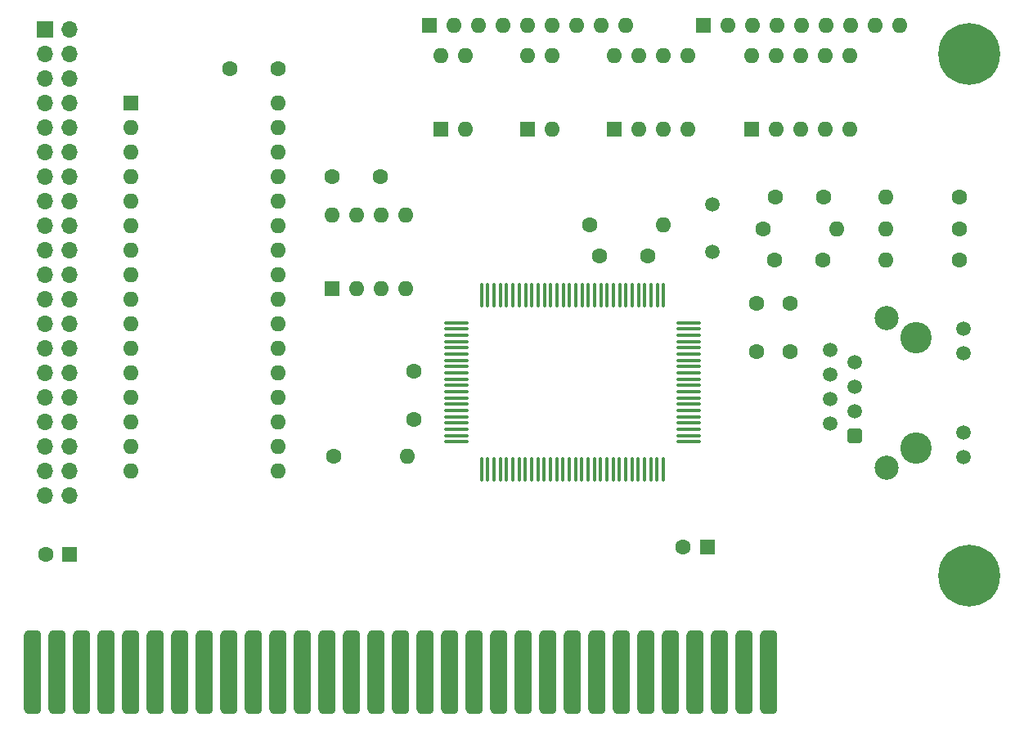
<source format=gts>
G04 #@! TF.GenerationSoftware,KiCad,Pcbnew,(7.0.0)*
G04 #@! TF.CreationDate,2023-05-28T23:37:13+08:00*
G04 #@! TF.ProjectId,ISA8_Ethernet,49534138-5f45-4746-9865-726e65742e6b,1.1*
G04 #@! TF.SameCoordinates,Original*
G04 #@! TF.FileFunction,Soldermask,Top*
G04 #@! TF.FilePolarity,Negative*
%FSLAX46Y46*%
G04 Gerber Fmt 4.6, Leading zero omitted, Abs format (unit mm)*
G04 Created by KiCad (PCBNEW (7.0.0)) date 2023-05-28 23:37:13*
%MOMM*%
%LPD*%
G01*
G04 APERTURE LIST*
G04 Aperture macros list*
%AMRoundRect*
0 Rectangle with rounded corners*
0 $1 Rounding radius*
0 $2 $3 $4 $5 $6 $7 $8 $9 X,Y pos of 4 corners*
0 Add a 4 corners polygon primitive as box body*
4,1,4,$2,$3,$4,$5,$6,$7,$8,$9,$2,$3,0*
0 Add four circle primitives for the rounded corners*
1,1,$1+$1,$2,$3*
1,1,$1+$1,$4,$5*
1,1,$1+$1,$6,$7*
1,1,$1+$1,$8,$9*
0 Add four rect primitives between the rounded corners*
20,1,$1+$1,$2,$3,$4,$5,0*
20,1,$1+$1,$4,$5,$6,$7,0*
20,1,$1+$1,$6,$7,$8,$9,0*
20,1,$1+$1,$8,$9,$2,$3,0*%
G04 Aperture macros list end*
%ADD10C,0.800000*%
%ADD11C,6.400000*%
%ADD12R,1.700000X1.700000*%
%ADD13O,1.700000X1.700000*%
%ADD14C,1.500000*%
%ADD15R,1.600000X1.600000*%
%ADD16O,1.600000X1.600000*%
%ADD17C,1.600000*%
%ADD18RoundRect,0.100000X0.100000X-1.150000X0.100000X1.150000X-0.100000X1.150000X-0.100000X-1.150000X0*%
%ADD19RoundRect,0.100000X1.150000X0.100000X-1.150000X0.100000X-1.150000X-0.100000X1.150000X-0.100000X0*%
%ADD20RoundRect,0.444500X-0.444500X-3.873500X0.444500X-3.873500X0.444500X3.873500X-0.444500X3.873500X0*%
%ADD21C,3.250000*%
%ADD22RoundRect,0.250500X0.499500X-0.499500X0.499500X0.499500X-0.499500X0.499500X-0.499500X-0.499500X0*%
%ADD23C,2.500000*%
G04 APERTURE END LIST*
D10*
X198641000Y-66040000D03*
X199343944Y-64342944D03*
X199343944Y-67737056D03*
X201041000Y-63640000D03*
D11*
X201041000Y-66040000D03*
D10*
X201041000Y-68440000D03*
X202738056Y-64342944D03*
X202738056Y-67737056D03*
X203441000Y-66040000D03*
X198641000Y-120015000D03*
X199343944Y-118317944D03*
X199343944Y-121712056D03*
X201041000Y-117615000D03*
D11*
X201041000Y-120015000D03*
D10*
X201041000Y-122415000D03*
X202738056Y-118317944D03*
X202738056Y-121712056D03*
X203441000Y-120015000D03*
D12*
X105409999Y-63499999D03*
D13*
X107949999Y-63499999D03*
X105409999Y-66039999D03*
X107949999Y-66039999D03*
X105409999Y-68579999D03*
X107949999Y-68579999D03*
X105409999Y-71119999D03*
X107949999Y-71119999D03*
X105409999Y-73659999D03*
X107949999Y-73659999D03*
X105409999Y-76199999D03*
X107949999Y-76199999D03*
X105409999Y-78739999D03*
X107949999Y-78739999D03*
X105409999Y-81279999D03*
X107949999Y-81279999D03*
X105409999Y-83819999D03*
X107949999Y-83819999D03*
X105409999Y-86359999D03*
X107949999Y-86359999D03*
X105409999Y-88899999D03*
X107949999Y-88899999D03*
X105409999Y-91439999D03*
X107949999Y-91439999D03*
X105409999Y-93979999D03*
X107949999Y-93979999D03*
X105409999Y-96519999D03*
X107949999Y-96519999D03*
X105409999Y-99059999D03*
X107949999Y-99059999D03*
X105409999Y-101599999D03*
X107949999Y-101599999D03*
X105409999Y-104139999D03*
X107949999Y-104139999D03*
X105409999Y-106679999D03*
X107949999Y-106679999D03*
X105409999Y-109219999D03*
X107949999Y-109219999D03*
X105409999Y-111759999D03*
X107949999Y-111759999D03*
D14*
X174500000Y-86475000D03*
X174500000Y-81595000D03*
D15*
X114299999Y-71119999D03*
D16*
X114299999Y-73659999D03*
X114299999Y-76199999D03*
X114299999Y-78739999D03*
X114299999Y-81279999D03*
X114299999Y-83819999D03*
X114299999Y-86359999D03*
X114299999Y-88899999D03*
X114299999Y-91439999D03*
X114299999Y-93979999D03*
X114299999Y-96519999D03*
X114299999Y-99059999D03*
X114299999Y-101599999D03*
X114299999Y-104139999D03*
X114299999Y-106679999D03*
X114299999Y-109219999D03*
X129539999Y-109219999D03*
X129539999Y-106679999D03*
X129539999Y-104139999D03*
X129539999Y-101599999D03*
X129539999Y-99059999D03*
X129539999Y-96519999D03*
X129539999Y-93979999D03*
X129539999Y-91439999D03*
X129539999Y-88899999D03*
X129539999Y-86359999D03*
X129539999Y-83819999D03*
X129539999Y-81279999D03*
X129539999Y-78739999D03*
X129539999Y-76199999D03*
X129539999Y-73659999D03*
X129539999Y-71119999D03*
D15*
X135137999Y-90299999D03*
D16*
X137677999Y-90299999D03*
X140217999Y-90299999D03*
X142757999Y-90299999D03*
X142757999Y-82679999D03*
X140217999Y-82679999D03*
X137677999Y-82679999D03*
X135137999Y-82679999D03*
D17*
X162800000Y-86950000D03*
X167800000Y-86950000D03*
X135081000Y-78700000D03*
X140081000Y-78700000D03*
X135255000Y-107696000D03*
D16*
X142874999Y-107695999D03*
D17*
X179690000Y-84100000D03*
D16*
X187309999Y-84099999D03*
D17*
X129500000Y-67500000D03*
X124500000Y-67500000D03*
D15*
X173499999Y-62999999D03*
D16*
X176039999Y-62999999D03*
X178579999Y-62999999D03*
X181119999Y-62999999D03*
X183659999Y-62999999D03*
X186199999Y-62999999D03*
X188739999Y-62999999D03*
X191279999Y-62999999D03*
X193819999Y-62999999D03*
D15*
X155364999Y-73799999D03*
D16*
X157904999Y-73799999D03*
X157904999Y-66179999D03*
X155364999Y-66179999D03*
D15*
X164314999Y-73799999D03*
D16*
X166854999Y-73799999D03*
X169394999Y-73799999D03*
X171934999Y-73799999D03*
X171934999Y-66179999D03*
X169394999Y-66179999D03*
X166854999Y-66179999D03*
X164314999Y-66179999D03*
D15*
X178539999Y-73799999D03*
D16*
X181079999Y-73799999D03*
X183619999Y-73799999D03*
X186159999Y-73799999D03*
X188699999Y-73799999D03*
X188699999Y-66179999D03*
X186159999Y-66179999D03*
X183619999Y-66179999D03*
X181079999Y-66179999D03*
X178539999Y-66179999D03*
D15*
X146383999Y-73799999D03*
D16*
X148923999Y-73799999D03*
X148923999Y-66179999D03*
X146383999Y-66179999D03*
D18*
X150575000Y-109000000D03*
X151225000Y-109000000D03*
X151875000Y-109000000D03*
X152525000Y-109000000D03*
X153150000Y-109000000D03*
X153800000Y-109000000D03*
X154450000Y-109000000D03*
X155100000Y-109000000D03*
X155750000Y-109000000D03*
X156400000Y-109000000D03*
X157050000Y-109000000D03*
X157700000Y-109000000D03*
X158350000Y-109000000D03*
X159000000Y-109000000D03*
X159650000Y-109000000D03*
X160300000Y-109000000D03*
X160950000Y-109000000D03*
X161600000Y-109000000D03*
X162250000Y-109000000D03*
X162900000Y-109000000D03*
X163550000Y-109000000D03*
X164200000Y-109000000D03*
X164850000Y-109000000D03*
X165500000Y-109000000D03*
X166150000Y-109000000D03*
X166800000Y-109000000D03*
X167450000Y-109000000D03*
X168100000Y-109000000D03*
X168750000Y-109000000D03*
X169400000Y-109000000D03*
D19*
X172000000Y-106175000D03*
X172000000Y-105525000D03*
X172000000Y-104875000D03*
X172000000Y-104225000D03*
X172000000Y-103575000D03*
X172000000Y-102925000D03*
X172000000Y-102275000D03*
X172000000Y-101625000D03*
X172000000Y-100975000D03*
X172000000Y-100325000D03*
X172000000Y-99675000D03*
X172000000Y-99025000D03*
X172000000Y-98375000D03*
X172000000Y-97725000D03*
X172000000Y-97075000D03*
X172000000Y-96425000D03*
X172000000Y-95775000D03*
X172000000Y-95125000D03*
X172000000Y-94475000D03*
X172000000Y-93825000D03*
D18*
X169425000Y-91000000D03*
X168775000Y-91000000D03*
X168125000Y-91000000D03*
X167475000Y-91000000D03*
X166825000Y-91000000D03*
X166175000Y-91000000D03*
X165525000Y-91000000D03*
X164875000Y-91000000D03*
X164225000Y-91000000D03*
X163575000Y-91000000D03*
X162925000Y-91000000D03*
X162275000Y-91000000D03*
X161625000Y-91000000D03*
X160975000Y-91000000D03*
X160325000Y-91000000D03*
X159675000Y-91000000D03*
X159025000Y-91000000D03*
X158375000Y-91000000D03*
X157725000Y-91000000D03*
X157075000Y-91000000D03*
X156425000Y-91000000D03*
X155775000Y-91000000D03*
X155125000Y-91000000D03*
X154475000Y-91000000D03*
X153825000Y-91000000D03*
X153175000Y-91000000D03*
X152525000Y-91000000D03*
X151875000Y-91000000D03*
X151225000Y-91000000D03*
X150575000Y-91000000D03*
D19*
X148000000Y-93825000D03*
X148000000Y-94475000D03*
X148000000Y-95125000D03*
X148000000Y-95775000D03*
X148000000Y-96425000D03*
X148000000Y-97075000D03*
X148000000Y-97725000D03*
X148000000Y-98375000D03*
X148000000Y-99025000D03*
X148000000Y-99675000D03*
X148000000Y-100325000D03*
X148000000Y-100975000D03*
X148000000Y-101625000D03*
X148000000Y-102275000D03*
X148000000Y-102925000D03*
X148000000Y-103575000D03*
X148000000Y-104225000D03*
X148000000Y-104875000D03*
X148000000Y-105525000D03*
X148000000Y-106175000D03*
D17*
X200000000Y-87350000D03*
D16*
X192379999Y-87349999D03*
D17*
X179000000Y-96800000D03*
X179000000Y-91800000D03*
X200000000Y-80850000D03*
D16*
X192379999Y-80849999D03*
D17*
X185900000Y-87350000D03*
X180900000Y-87350000D03*
X185950000Y-80850000D03*
X180950000Y-80850000D03*
D20*
X180340000Y-129984500D03*
X177800000Y-129984500D03*
X175260000Y-129984500D03*
X172720000Y-129984500D03*
X170180000Y-129984500D03*
X167640000Y-129984500D03*
X165100000Y-129984500D03*
X162560000Y-129984500D03*
X160020000Y-129984500D03*
X157480000Y-129984500D03*
X154940000Y-129984500D03*
X152400000Y-129984500D03*
X149860000Y-129984500D03*
X147320000Y-129984500D03*
X144780000Y-129984500D03*
X142240000Y-129984500D03*
X139700000Y-129984500D03*
X137160000Y-129984500D03*
X134620000Y-129984500D03*
X132080000Y-129984500D03*
X129540000Y-129984500D03*
X127000000Y-129984500D03*
X124460000Y-129984500D03*
X121920000Y-129984500D03*
X119380000Y-129984500D03*
X116840000Y-129984500D03*
X114300000Y-129984500D03*
X111760000Y-129984500D03*
X109220000Y-129984500D03*
X106680000Y-129984500D03*
X104140000Y-129984500D03*
D17*
X143550000Y-103846000D03*
X143550000Y-98846000D03*
X200000000Y-84100000D03*
D16*
X192379999Y-84099999D03*
D17*
X182500000Y-96800000D03*
X182500000Y-91800000D03*
D21*
X195590000Y-106807000D03*
X195590000Y-95377000D03*
D22*
X189230000Y-105532000D03*
D14*
X186690000Y-104272000D03*
X189230000Y-102992000D03*
X186690000Y-101732000D03*
X189230000Y-100452000D03*
X186690000Y-99192000D03*
X189230000Y-97912000D03*
X186690000Y-96652000D03*
X200490000Y-107717000D03*
X200490000Y-105177000D03*
X200490000Y-97007000D03*
X200490000Y-94467000D03*
D23*
X192540000Y-108837000D03*
X192540000Y-93347000D03*
D15*
X145178999Y-62999999D03*
D16*
X147718999Y-62999999D03*
X150258999Y-62999999D03*
X152798999Y-62999999D03*
X155338999Y-62999999D03*
X157878999Y-62999999D03*
X160418999Y-62999999D03*
X162958999Y-62999999D03*
X165498999Y-62999999D03*
D15*
X173937625Y-117049999D03*
D17*
X171437626Y-117050000D03*
D15*
X107949999Y-117855999D03*
D17*
X105450000Y-117856000D03*
X161790000Y-83700000D03*
D16*
X169409999Y-83699999D03*
M02*

</source>
